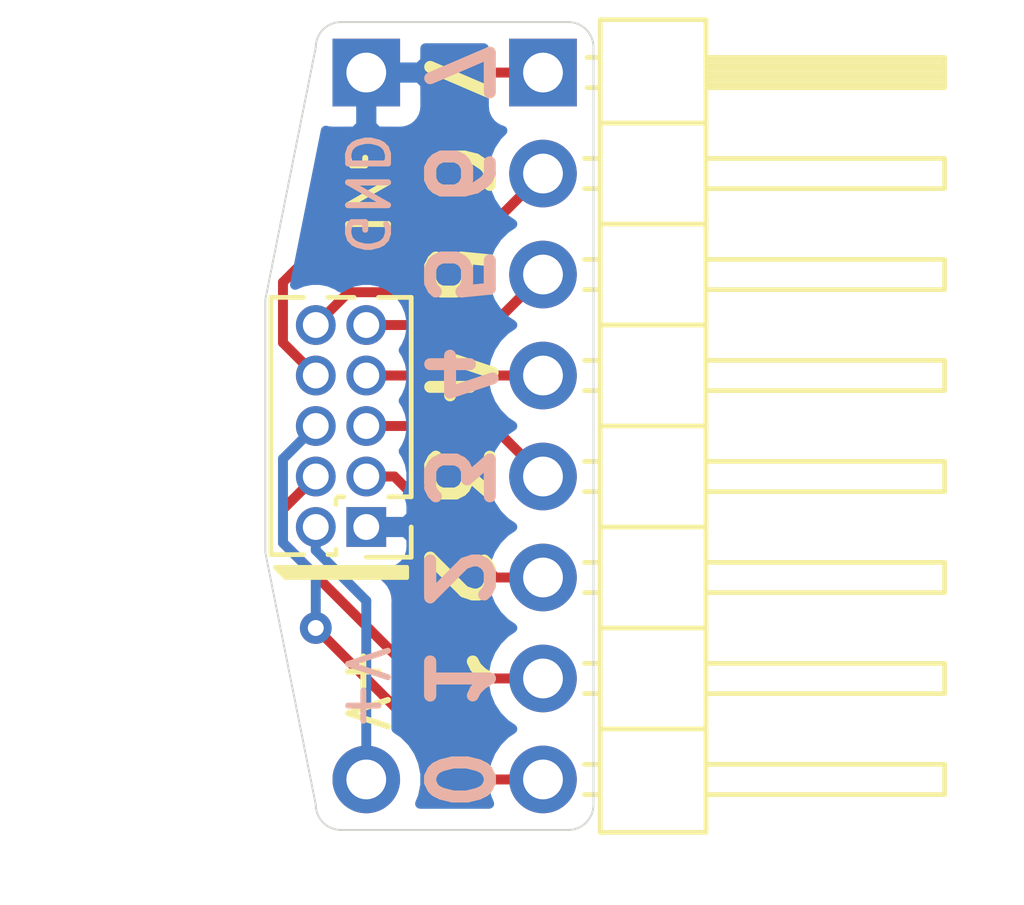
<source format=kicad_pcb>
(kicad_pcb (version 20171130) (host pcbnew 5.1.6)

  (general
    (thickness 1.6)
    (drawings 37)
    (tracks 29)
    (zones 0)
    (modules 4)
    (nets 11)
  )

  (page A4)
  (layers
    (0 F.Cu signal)
    (31 B.Cu signal)
    (32 B.Adhes user)
    (33 F.Adhes user)
    (34 B.Paste user)
    (35 F.Paste user)
    (36 B.SilkS user)
    (37 F.SilkS user)
    (38 B.Mask user)
    (39 F.Mask user)
    (40 Dwgs.User user)
    (41 Cmts.User user)
    (42 Eco1.User user)
    (43 Eco2.User user)
    (44 Edge.Cuts user)
    (45 Margin user)
    (46 B.CrtYd user)
    (47 F.CrtYd user)
    (48 B.Fab user)
    (49 F.Fab user)
  )

  (setup
    (last_trace_width 0.25)
    (trace_clearance 0.2)
    (zone_clearance 0.508)
    (zone_45_only no)
    (trace_min 0.2)
    (via_size 0.8)
    (via_drill 0.4)
    (via_min_size 0.4)
    (via_min_drill 0.3)
    (uvia_size 0.3)
    (uvia_drill 0.1)
    (uvias_allowed no)
    (uvia_min_size 0.2)
    (uvia_min_drill 0.1)
    (edge_width 0.05)
    (segment_width 0.2)
    (pcb_text_width 0.3)
    (pcb_text_size 1.5 1.5)
    (mod_edge_width 0.12)
    (mod_text_size 1 1)
    (mod_text_width 0.15)
    (pad_size 1.7 1.7)
    (pad_drill 1)
    (pad_to_mask_clearance 0.05)
    (aux_axis_origin 0 0)
    (visible_elements FFFFFF7F)
    (pcbplotparams
      (layerselection 0x010fc_ffffffff)
      (usegerberextensions false)
      (usegerberattributes true)
      (usegerberadvancedattributes true)
      (creategerberjobfile true)
      (excludeedgelayer true)
      (linewidth 0.100000)
      (plotframeref false)
      (viasonmask false)
      (mode 1)
      (useauxorigin false)
      (hpglpennumber 1)
      (hpglpenspeed 20)
      (hpglpendiameter 15.000000)
      (psnegative false)
      (psa4output false)
      (plotreference true)
      (plotvalue true)
      (plotinvisibletext false)
      (padsonsilk false)
      (subtractmaskfromsilk false)
      (outputformat 1)
      (mirror false)
      (drillshape 1)
      (scaleselection 1)
      (outputdirectory ""))
  )

  (net 0 "")
  (net 1 VBUS)
  (net 2 GND)
  (net 3 /D6)
  (net 4 /D5)
  (net 5 /D7)
  (net 6 /D4)
  (net 7 /D0)
  (net 8 /D3)
  (net 9 /D1)
  (net 10 /D2)

  (net_class Default "This is the default net class."
    (clearance 0.2)
    (trace_width 0.25)
    (via_dia 0.8)
    (via_drill 0.4)
    (uvia_dia 0.3)
    (uvia_drill 0.1)
    (add_net /D0)
    (add_net /D1)
    (add_net /D2)
    (add_net /D3)
    (add_net /D4)
    (add_net /D5)
    (add_net /D6)
    (add_net /D7)
    (add_net GND)
    (add_net VBUS)
  )

  (module Connector_PinHeader_2.54mm:PinHeader_1x08_P2.54mm_Horizontal (layer F.Cu) (tedit 5F3B4F64) (tstamp 5F3BA440)
    (at 141.605 97.79)
    (descr "Through hole angled pin header, 1x08, 2.54mm pitch, 6mm pin length, single row")
    (tags "Through hole angled pin header THT 1x08 2.54mm single row")
    (path /5F3B4CEF)
    (fp_text reference J4 (at 4.385 -2.27) (layer F.SilkS) hide
      (effects (font (size 1 1) (thickness 0.15)))
    )
    (fp_text value Conn_01x08_Female (at 4.385 20.05) (layer F.Fab)
      (effects (font (size 1 1) (thickness 0.15)))
    )
    (fp_line (start 10.55 -1.8) (end -1.8 -1.8) (layer F.CrtYd) (width 0.05))
    (fp_line (start 10.55 19.55) (end 10.55 -1.8) (layer F.CrtYd) (width 0.05))
    (fp_line (start -1.8 19.55) (end 10.55 19.55) (layer F.CrtYd) (width 0.05))
    (fp_line (start -1.8 -1.8) (end -1.8 19.55) (layer F.CrtYd) (width 0.05))
    (fp_line (start 1.042929 18.16) (end 1.44 18.16) (layer F.SilkS) (width 0.12))
    (fp_line (start 1.042929 17.4) (end 1.44 17.4) (layer F.SilkS) (width 0.12))
    (fp_line (start 10.1 18.16) (end 4.1 18.16) (layer F.SilkS) (width 0.12))
    (fp_line (start 10.1 17.4) (end 10.1 18.16) (layer F.SilkS) (width 0.12))
    (fp_line (start 4.1 17.4) (end 10.1 17.4) (layer F.SilkS) (width 0.12))
    (fp_line (start 1.44 16.51) (end 4.1 16.51) (layer F.SilkS) (width 0.12))
    (fp_line (start 1.042929 15.62) (end 1.44 15.62) (layer F.SilkS) (width 0.12))
    (fp_line (start 1.042929 14.86) (end 1.44 14.86) (layer F.SilkS) (width 0.12))
    (fp_line (start 10.1 15.62) (end 4.1 15.62) (layer F.SilkS) (width 0.12))
    (fp_line (start 10.1 14.86) (end 10.1 15.62) (layer F.SilkS) (width 0.12))
    (fp_line (start 4.1 14.86) (end 10.1 14.86) (layer F.SilkS) (width 0.12))
    (fp_line (start 1.44 13.97) (end 4.1 13.97) (layer F.SilkS) (width 0.12))
    (fp_line (start 1.042929 13.08) (end 1.44 13.08) (layer F.SilkS) (width 0.12))
    (fp_line (start 1.042929 12.32) (end 1.44 12.32) (layer F.SilkS) (width 0.12))
    (fp_line (start 10.1 13.08) (end 4.1 13.08) (layer F.SilkS) (width 0.12))
    (fp_line (start 10.1 12.32) (end 10.1 13.08) (layer F.SilkS) (width 0.12))
    (fp_line (start 4.1 12.32) (end 10.1 12.32) (layer F.SilkS) (width 0.12))
    (fp_line (start 1.44 11.43) (end 4.1 11.43) (layer F.SilkS) (width 0.12))
    (fp_line (start 1.042929 10.54) (end 1.44 10.54) (layer F.SilkS) (width 0.12))
    (fp_line (start 1.042929 9.78) (end 1.44 9.78) (layer F.SilkS) (width 0.12))
    (fp_line (start 10.1 10.54) (end 4.1 10.54) (layer F.SilkS) (width 0.12))
    (fp_line (start 10.1 9.78) (end 10.1 10.54) (layer F.SilkS) (width 0.12))
    (fp_line (start 4.1 9.78) (end 10.1 9.78) (layer F.SilkS) (width 0.12))
    (fp_line (start 1.44 8.89) (end 4.1 8.89) (layer F.SilkS) (width 0.12))
    (fp_line (start 1.042929 8) (end 1.44 8) (layer F.SilkS) (width 0.12))
    (fp_line (start 1.042929 7.24) (end 1.44 7.24) (layer F.SilkS) (width 0.12))
    (fp_line (start 10.1 8) (end 4.1 8) (layer F.SilkS) (width 0.12))
    (fp_line (start 10.1 7.24) (end 10.1 8) (layer F.SilkS) (width 0.12))
    (fp_line (start 4.1 7.24) (end 10.1 7.24) (layer F.SilkS) (width 0.12))
    (fp_line (start 1.44 6.35) (end 4.1 6.35) (layer F.SilkS) (width 0.12))
    (fp_line (start 1.042929 5.46) (end 1.44 5.46) (layer F.SilkS) (width 0.12))
    (fp_line (start 1.042929 4.7) (end 1.44 4.7) (layer F.SilkS) (width 0.12))
    (fp_line (start 10.1 5.46) (end 4.1 5.46) (layer F.SilkS) (width 0.12))
    (fp_line (start 10.1 4.7) (end 10.1 5.46) (layer F.SilkS) (width 0.12))
    (fp_line (start 4.1 4.7) (end 10.1 4.7) (layer F.SilkS) (width 0.12))
    (fp_line (start 1.44 3.81) (end 4.1 3.81) (layer F.SilkS) (width 0.12))
    (fp_line (start 1.042929 2.92) (end 1.44 2.92) (layer F.SilkS) (width 0.12))
    (fp_line (start 1.042929 2.16) (end 1.44 2.16) (layer F.SilkS) (width 0.12))
    (fp_line (start 10.1 2.92) (end 4.1 2.92) (layer F.SilkS) (width 0.12))
    (fp_line (start 10.1 2.16) (end 10.1 2.92) (layer F.SilkS) (width 0.12))
    (fp_line (start 4.1 2.16) (end 10.1 2.16) (layer F.SilkS) (width 0.12))
    (fp_line (start 1.44 1.27) (end 4.1 1.27) (layer F.SilkS) (width 0.12))
    (fp_line (start 1.11 0.38) (end 1.44 0.38) (layer F.SilkS) (width 0.12))
    (fp_line (start 1.11 -0.38) (end 1.44 -0.38) (layer F.SilkS) (width 0.12))
    (fp_line (start 4.1 0.28) (end 10.1 0.28) (layer F.SilkS) (width 0.12))
    (fp_line (start 4.1 0.16) (end 10.1 0.16) (layer F.SilkS) (width 0.12))
    (fp_line (start 4.1 0.04) (end 10.1 0.04) (layer F.SilkS) (width 0.12))
    (fp_line (start 4.1 -0.08) (end 10.1 -0.08) (layer F.SilkS) (width 0.12))
    (fp_line (start 4.1 -0.2) (end 10.1 -0.2) (layer F.SilkS) (width 0.12))
    (fp_line (start 4.1 -0.32) (end 10.1 -0.32) (layer F.SilkS) (width 0.12))
    (fp_line (start 10.1 0.38) (end 4.1 0.38) (layer F.SilkS) (width 0.12))
    (fp_line (start 10.1 -0.38) (end 10.1 0.38) (layer F.SilkS) (width 0.12))
    (fp_line (start 4.1 -0.38) (end 10.1 -0.38) (layer F.SilkS) (width 0.12))
    (fp_line (start 4.1 -1.33) (end 1.44 -1.33) (layer F.SilkS) (width 0.12))
    (fp_line (start 4.1 19.11) (end 4.1 -1.33) (layer F.SilkS) (width 0.12))
    (fp_line (start 1.44 19.11) (end 4.1 19.11) (layer F.SilkS) (width 0.12))
    (fp_line (start 1.44 -1.33) (end 1.44 19.11) (layer F.SilkS) (width 0.12))
    (fp_line (start 4.04 18.1) (end 10.04 18.1) (layer F.Fab) (width 0.1))
    (fp_line (start 10.04 17.46) (end 10.04 18.1) (layer F.Fab) (width 0.1))
    (fp_line (start 4.04 17.46) (end 10.04 17.46) (layer F.Fab) (width 0.1))
    (fp_line (start -0.32 18.1) (end 1.5 18.1) (layer F.Fab) (width 0.1))
    (fp_line (start -0.32 17.46) (end -0.32 18.1) (layer F.Fab) (width 0.1))
    (fp_line (start -0.32 17.46) (end 1.5 17.46) (layer F.Fab) (width 0.1))
    (fp_line (start 4.04 15.56) (end 10.04 15.56) (layer F.Fab) (width 0.1))
    (fp_line (start 10.04 14.92) (end 10.04 15.56) (layer F.Fab) (width 0.1))
    (fp_line (start 4.04 14.92) (end 10.04 14.92) (layer F.Fab) (width 0.1))
    (fp_line (start -0.32 15.56) (end 1.5 15.56) (layer F.Fab) (width 0.1))
    (fp_line (start -0.32 14.92) (end -0.32 15.56) (layer F.Fab) (width 0.1))
    (fp_line (start -0.32 14.92) (end 1.5 14.92) (layer F.Fab) (width 0.1))
    (fp_line (start 4.04 13.02) (end 10.04 13.02) (layer F.Fab) (width 0.1))
    (fp_line (start 10.04 12.38) (end 10.04 13.02) (layer F.Fab) (width 0.1))
    (fp_line (start 4.04 12.38) (end 10.04 12.38) (layer F.Fab) (width 0.1))
    (fp_line (start -0.32 13.02) (end 1.5 13.02) (layer F.Fab) (width 0.1))
    (fp_line (start -0.32 12.38) (end -0.32 13.02) (layer F.Fab) (width 0.1))
    (fp_line (start -0.32 12.38) (end 1.5 12.38) (layer F.Fab) (width 0.1))
    (fp_line (start 4.04 10.48) (end 10.04 10.48) (layer F.Fab) (width 0.1))
    (fp_line (start 10.04 9.84) (end 10.04 10.48) (layer F.Fab) (width 0.1))
    (fp_line (start 4.04 9.84) (end 10.04 9.84) (layer F.Fab) (width 0.1))
    (fp_line (start -0.32 10.48) (end 1.5 10.48) (layer F.Fab) (width 0.1))
    (fp_line (start -0.32 9.84) (end -0.32 10.48) (layer F.Fab) (width 0.1))
    (fp_line (start -0.32 9.84) (end 1.5 9.84) (layer F.Fab) (width 0.1))
    (fp_line (start 4.04 7.94) (end 10.04 7.94) (layer F.Fab) (width 0.1))
    (fp_line (start 10.04 7.3) (end 10.04 7.94) (layer F.Fab) (width 0.1))
    (fp_line (start 4.04 7.3) (end 10.04 7.3) (layer F.Fab) (width 0.1))
    (fp_line (start -0.32 7.94) (end 1.5 7.94) (layer F.Fab) (width 0.1))
    (fp_line (start -0.32 7.3) (end -0.32 7.94) (layer F.Fab) (width 0.1))
    (fp_line (start -0.32 7.3) (end 1.5 7.3) (layer F.Fab) (width 0.1))
    (fp_line (start 4.04 5.4) (end 10.04 5.4) (layer F.Fab) (width 0.1))
    (fp_line (start 10.04 4.76) (end 10.04 5.4) (layer F.Fab) (width 0.1))
    (fp_line (start 4.04 4.76) (end 10.04 4.76) (layer F.Fab) (width 0.1))
    (fp_line (start -0.32 5.4) (end 1.5 5.4) (layer F.Fab) (width 0.1))
    (fp_line (start -0.32 4.76) (end -0.32 5.4) (layer F.Fab) (width 0.1))
    (fp_line (start -0.32 4.76) (end 1.5 4.76) (layer F.Fab) (width 0.1))
    (fp_line (start 4.04 2.86) (end 10.04 2.86) (layer F.Fab) (width 0.1))
    (fp_line (start 10.04 2.22) (end 10.04 2.86) (layer F.Fab) (width 0.1))
    (fp_line (start 4.04 2.22) (end 10.04 2.22) (layer F.Fab) (width 0.1))
    (fp_line (start -0.32 2.86) (end 1.5 2.86) (layer F.Fab) (width 0.1))
    (fp_line (start -0.32 2.22) (end -0.32 2.86) (layer F.Fab) (width 0.1))
    (fp_line (start -0.32 2.22) (end 1.5 2.22) (layer F.Fab) (width 0.1))
    (fp_line (start 4.04 0.32) (end 10.04 0.32) (layer F.Fab) (width 0.1))
    (fp_line (start 10.04 -0.32) (end 10.04 0.32) (layer F.Fab) (width 0.1))
    (fp_line (start 4.04 -0.32) (end 10.04 -0.32) (layer F.Fab) (width 0.1))
    (fp_line (start -0.32 0.32) (end 1.5 0.32) (layer F.Fab) (width 0.1))
    (fp_line (start -0.32 -0.32) (end -0.32 0.32) (layer F.Fab) (width 0.1))
    (fp_line (start -0.32 -0.32) (end 1.5 -0.32) (layer F.Fab) (width 0.1))
    (fp_line (start 1.5 -0.635) (end 2.135 -1.27) (layer F.Fab) (width 0.1))
    (fp_line (start 1.5 19.05) (end 1.5 -0.635) (layer F.Fab) (width 0.1))
    (fp_line (start 4.04 19.05) (end 1.5 19.05) (layer F.Fab) (width 0.1))
    (fp_line (start 4.04 -1.27) (end 4.04 19.05) (layer F.Fab) (width 0.1))
    (fp_line (start 2.135 -1.27) (end 4.04 -1.27) (layer F.Fab) (width 0.1))
    (fp_text user %R (at 2.77 8.89 90) (layer F.Fab)
      (effects (font (size 1 1) (thickness 0.15)))
    )
    (pad 8 thru_hole oval (at 0 17.78) (size 1.7 1.7) (drill 1) (layers *.Cu *.Mask)
      (net 7 /D0))
    (pad 7 thru_hole oval (at 0 15.24) (size 1.7 1.7) (drill 1) (layers *.Cu *.Mask)
      (net 9 /D1))
    (pad 6 thru_hole oval (at 0 12.7) (size 1.7 1.7) (drill 1) (layers *.Cu *.Mask)
      (net 10 /D2))
    (pad 5 thru_hole oval (at 0 10.16) (size 1.7 1.7) (drill 1) (layers *.Cu *.Mask)
      (net 8 /D3))
    (pad 4 thru_hole oval (at 0 7.62) (size 1.7 1.7) (drill 1) (layers *.Cu *.Mask)
      (net 6 /D4))
    (pad 3 thru_hole oval (at 0 5.08) (size 1.7 1.7) (drill 1) (layers *.Cu *.Mask)
      (net 4 /D5))
    (pad 2 thru_hole oval (at 0 2.54) (size 1.7 1.7) (drill 1) (layers *.Cu *.Mask)
      (net 3 /D6))
    (pad 1 thru_hole rect (at 0 0) (size 1.7 1.7) (drill 1) (layers *.Cu *.Mask)
      (net 5 /D7))
    (model ${KISYS3DMOD}/Connector_PinHeader_2.54mm.3dshapes/PinHeader_1x08_P2.54mm_Horizontal.wrl
      (at (xyz 0 0 0))
      (scale (xyz 1 1 1))
      (rotate (xyz 0 0 0))
    )
  )

  (module Connector_PinHeader_2.54mm:PinHeader_1x01_P2.54mm_Vertical (layer F.Cu) (tedit 5F3B4DCA) (tstamp 5F3BA3BF)
    (at 137.16 97.79)
    (descr "Through hole straight pin header, 1x01, 2.54mm pitch, single row")
    (tags "Through hole pin header THT 1x01 2.54mm single row")
    (path /5F3B5A24)
    (fp_text reference J3 (at 0 -2.33) (layer F.SilkS) hide
      (effects (font (size 1 1) (thickness 0.15)))
    )
    (fp_text value Conn_01x01_Female (at 0 2.33) (layer F.Fab)
      (effects (font (size 1 1) (thickness 0.15)))
    )
    (fp_line (start 1.8 -1.8) (end -1.8 -1.8) (layer F.CrtYd) (width 0.05))
    (fp_line (start 1.8 1.8) (end 1.8 -1.8) (layer F.CrtYd) (width 0.05))
    (fp_line (start -1.8 1.8) (end 1.8 1.8) (layer F.CrtYd) (width 0.05))
    (fp_line (start -1.8 -1.8) (end -1.8 1.8) (layer F.CrtYd) (width 0.05))
    (fp_line (start -1.27 -0.635) (end -0.635 -1.27) (layer F.Fab) (width 0.1))
    (fp_line (start -1.27 1.27) (end -1.27 -0.635) (layer F.Fab) (width 0.1))
    (fp_line (start 1.27 1.27) (end -1.27 1.27) (layer F.Fab) (width 0.1))
    (fp_line (start 1.27 -1.27) (end 1.27 1.27) (layer F.Fab) (width 0.1))
    (fp_line (start -0.635 -1.27) (end 1.27 -1.27) (layer F.Fab) (width 0.1))
    (fp_text user %R (at 0 0 90) (layer F.Fab)
      (effects (font (size 1 1) (thickness 0.15)))
    )
    (pad 1 thru_hole rect (at 0 0) (size 1.7 1.7) (drill 1) (layers *.Cu *.Mask)
      (net 2 GND))
    (model ${KISYS3DMOD}/Connector_PinHeader_2.54mm.3dshapes/PinHeader_1x01_P2.54mm_Vertical.wrl
      (at (xyz 0 0 0))
      (scale (xyz 1 1 1))
      (rotate (xyz 0 0 0))
    )
  )

  (module Connector_PinHeader_2.54mm:PinHeader_1x01_P2.54mm_Vertical (layer F.Cu) (tedit 5F3B4A93) (tstamp 5F3BA3AA)
    (at 137.16 115.57)
    (descr "Through hole straight pin header, 1x01, 2.54mm pitch, single row")
    (tags "Through hole pin header THT 1x01 2.54mm single row")
    (path /5F3B6883)
    (fp_text reference J2 (at 0 -2.33) (layer F.SilkS) hide
      (effects (font (size 1 1) (thickness 0.15)))
    )
    (fp_text value Conn_01x01_Female (at 0 2.33) (layer F.Fab)
      (effects (font (size 1 1) (thickness 0.15)))
    )
    (fp_line (start 1.8 -1.8) (end -1.8 -1.8) (layer F.CrtYd) (width 0.05))
    (fp_line (start 1.8 1.8) (end 1.8 -1.8) (layer F.CrtYd) (width 0.05))
    (fp_line (start -1.8 1.8) (end 1.8 1.8) (layer F.CrtYd) (width 0.05))
    (fp_line (start -1.8 -1.8) (end -1.8 1.8) (layer F.CrtYd) (width 0.05))
    (fp_line (start -1.27 -0.635) (end -0.635 -1.27) (layer F.Fab) (width 0.1))
    (fp_line (start -1.27 1.27) (end -1.27 -0.635) (layer F.Fab) (width 0.1))
    (fp_line (start 1.27 1.27) (end -1.27 1.27) (layer F.Fab) (width 0.1))
    (fp_line (start 1.27 -1.27) (end 1.27 1.27) (layer F.Fab) (width 0.1))
    (fp_line (start -0.635 -1.27) (end 1.27 -1.27) (layer F.Fab) (width 0.1))
    (fp_text user %R (at 0 0 90) (layer F.Fab)
      (effects (font (size 1 1) (thickness 0.15)))
    )
    (pad 1 thru_hole circle (at 0 0) (size 1.7 1.7) (drill 1) (layers *.Cu *.Mask)
      (net 1 VBUS))
    (model ${KISYS3DMOD}/Connector_PinHeader_2.54mm.3dshapes/PinHeader_1x01_P2.54mm_Vertical.wrl
      (at (xyz 0 0 0))
      (scale (xyz 1 1 1))
      (rotate (xyz 0 0 0))
    )
  )

  (module Connector_PinHeader_1.27mm:PinHeader_2x05_P1.27mm_Vertical (layer F.Cu) (tedit 59FED6E3) (tstamp 5F3BA395)
    (at 137.16 109.22 180)
    (descr "Through hole straight pin header, 2x05, 1.27mm pitch, double rows")
    (tags "Through hole pin header THT 2x05 1.27mm double row")
    (path /5F3B5179)
    (fp_text reference J1 (at 0.635 -1.695) (layer F.SilkS) hide
      (effects (font (size 1 1) (thickness 0.15)))
    )
    (fp_text value Conn_02x05_Odd_Even (at 0.635 6.775) (layer F.Fab)
      (effects (font (size 1 1) (thickness 0.15)))
    )
    (fp_line (start 2.85 -1.15) (end -1.6 -1.15) (layer F.CrtYd) (width 0.05))
    (fp_line (start 2.85 6.25) (end 2.85 -1.15) (layer F.CrtYd) (width 0.05))
    (fp_line (start -1.6 6.25) (end 2.85 6.25) (layer F.CrtYd) (width 0.05))
    (fp_line (start -1.6 -1.15) (end -1.6 6.25) (layer F.CrtYd) (width 0.05))
    (fp_line (start -1.13 -0.76) (end 0 -0.76) (layer F.SilkS) (width 0.12))
    (fp_line (start -1.13 0) (end -1.13 -0.76) (layer F.SilkS) (width 0.12))
    (fp_line (start 1.57753 -0.695) (end 2.4 -0.695) (layer F.SilkS) (width 0.12))
    (fp_line (start 0.76 -0.695) (end 0.96247 -0.695) (layer F.SilkS) (width 0.12))
    (fp_line (start 0.76 -0.563471) (end 0.76 -0.695) (layer F.SilkS) (width 0.12))
    (fp_line (start 0.76 0.706529) (end 0.76 0.563471) (layer F.SilkS) (width 0.12))
    (fp_line (start 0.563471 0.76) (end 0.706529 0.76) (layer F.SilkS) (width 0.12))
    (fp_line (start -1.13 0.76) (end -0.563471 0.76) (layer F.SilkS) (width 0.12))
    (fp_line (start 2.4 -0.695) (end 2.4 5.775) (layer F.SilkS) (width 0.12))
    (fp_line (start -1.13 0.76) (end -1.13 5.775) (layer F.SilkS) (width 0.12))
    (fp_line (start 0.30753 5.775) (end 0.96247 5.775) (layer F.SilkS) (width 0.12))
    (fp_line (start 1.57753 5.775) (end 2.4 5.775) (layer F.SilkS) (width 0.12))
    (fp_line (start -1.13 5.775) (end -0.30753 5.775) (layer F.SilkS) (width 0.12))
    (fp_line (start -1.07 0.2175) (end -0.2175 -0.635) (layer F.Fab) (width 0.1))
    (fp_line (start -1.07 5.715) (end -1.07 0.2175) (layer F.Fab) (width 0.1))
    (fp_line (start 2.34 5.715) (end -1.07 5.715) (layer F.Fab) (width 0.1))
    (fp_line (start 2.34 -0.635) (end 2.34 5.715) (layer F.Fab) (width 0.1))
    (fp_line (start -0.2175 -0.635) (end 2.34 -0.635) (layer F.Fab) (width 0.1))
    (fp_text user %R (at 0.635 2.54 90) (layer F.Fab)
      (effects (font (size 1 1) (thickness 0.15)))
    )
    (pad 10 thru_hole oval (at 1.27 5.08 180) (size 1 1) (drill 0.65) (layers *.Cu *.Mask)
      (net 3 /D6))
    (pad 9 thru_hole oval (at 0 5.08 180) (size 1 1) (drill 0.65) (layers *.Cu *.Mask)
      (net 4 /D5))
    (pad 8 thru_hole oval (at 1.27 3.81 180) (size 1 1) (drill 0.65) (layers *.Cu *.Mask)
      (net 5 /D7))
    (pad 7 thru_hole oval (at 0 3.81 180) (size 1 1) (drill 0.65) (layers *.Cu *.Mask)
      (net 6 /D4))
    (pad 6 thru_hole oval (at 1.27 2.54 180) (size 1 1) (drill 0.65) (layers *.Cu *.Mask)
      (net 7 /D0))
    (pad 5 thru_hole oval (at 0 2.54 180) (size 1 1) (drill 0.65) (layers *.Cu *.Mask)
      (net 8 /D3))
    (pad 4 thru_hole oval (at 1.27 1.27 180) (size 1 1) (drill 0.65) (layers *.Cu *.Mask)
      (net 9 /D1))
    (pad 3 thru_hole oval (at 0 1.27 180) (size 1 1) (drill 0.65) (layers *.Cu *.Mask)
      (net 10 /D2))
    (pad 2 thru_hole oval (at 1.27 0 180) (size 1 1) (drill 0.65) (layers *.Cu *.Mask)
      (net 1 VBUS))
    (pad 1 thru_hole rect (at 0 0 180) (size 1 1) (drill 0.65) (layers *.Cu *.Mask)
      (net 2 GND))
    (model ${KISYS3DMOD}/Connector_PinHeader_1.27mm.3dshapes/PinHeader_2x05_P1.27mm_Vertical.wrl
      (at (xyz 0 0 0))
      (scale (xyz 1 1 1))
      (rotate (xyz 0 0 0))
    )
  )

  (gr_line (start 138.176 110.2995) (end 135.001 110.2995) (layer F.SilkS) (width 0.12))
  (gr_line (start 138.176 110.4265) (end 135.1915 110.4265) (layer F.SilkS) (width 0.12))
  (gr_line (start 135.001 110.363) (end 138.176 110.363) (layer F.SilkS) (width 0.12))
  (gr_line (start 138.176 110.49) (end 138.176 110.236) (layer F.SilkS) (width 0.12) (tstamp 5F3BB4A4))
  (gr_line (start 135.128 110.49) (end 138.176 110.49) (layer F.SilkS) (width 0.12))
  (gr_line (start 134.874 110.236) (end 135.128 110.49) (layer F.SilkS) (width 0.12))
  (gr_line (start 138.176 110.236) (end 134.874 110.236) (layer F.SilkS) (width 0.12))
  (gr_text +V (at 137.16 113.284 270) (layer B.SilkS) (tstamp 5F3BB360)
    (effects (font (size 1 1) (thickness 0.15)) (justify mirror))
  )
  (gr_text GND (at 137.16 100.838 270) (layer B.SilkS) (tstamp 5F3BB35C)
    (effects (font (size 1 1) (thickness 0.15)) (justify mirror))
  )
  (gr_text GND (at 137.16 100.838 270) (layer F.SilkS)
    (effects (font (size 1 1) (thickness 0.15)))
  )
  (gr_text +V (at 137.16 113.284 270) (layer F.SilkS)
    (effects (font (size 1 1) (thickness 0.15)))
  )
  (gr_text 0 (at 139.446 115.57 270) (layer B.SilkS) (tstamp 5F3BB30F)
    (effects (font (size 1.5 1.5) (thickness 0.3)) (justify mirror))
  )
  (gr_text 1 (at 139.446 113.03 270) (layer B.SilkS) (tstamp 5F3BB30B)
    (effects (font (size 1.5 1.5) (thickness 0.3)) (justify mirror))
  )
  (gr_text 2 (at 139.446 110.49 270) (layer B.SilkS) (tstamp 5F3BB307)
    (effects (font (size 1.5 1.5) (thickness 0.3)) (justify mirror))
  )
  (gr_text 3 (at 139.446 107.95 270) (layer B.SilkS) (tstamp 5F3BB303)
    (effects (font (size 1.5 1.5) (thickness 0.3)) (justify mirror))
  )
  (gr_text 4 (at 139.446 105.41 270) (layer B.SilkS) (tstamp 5F3BB2FF)
    (effects (font (size 1.5 1.5) (thickness 0.3)) (justify mirror))
  )
  (gr_text 5 (at 139.446 102.87 270) (layer B.SilkS) (tstamp 5F3BB2FB)
    (effects (font (size 1.5 1.5) (thickness 0.3)) (justify mirror))
  )
  (gr_text 6 (at 139.446 100.33 270) (layer B.SilkS) (tstamp 5F3BB277)
    (effects (font (size 1.5 1.5) (thickness 0.3)) (justify mirror))
  )
  (gr_text 7 (at 139.446 97.79 270) (layer B.SilkS) (tstamp 5F3BB273)
    (effects (font (size 1.5 1.5) (thickness 0.3)) (justify mirror))
  )
  (gr_text 0 (at 139.446 115.57 270) (layer F.SilkS) (tstamp 5F3BB206)
    (effects (font (size 1.5 1.5) (thickness 0.3)))
  )
  (gr_text 1 (at 139.446 113.03 270) (layer F.SilkS) (tstamp 5F3BB203)
    (effects (font (size 1.5 1.5) (thickness 0.3)))
  )
  (gr_text 2 (at 139.446 110.49 270) (layer F.SilkS) (tstamp 5F3BB200)
    (effects (font (size 1.5 1.5) (thickness 0.3)))
  )
  (gr_text 3 (at 139.446 107.95 270) (layer F.SilkS) (tstamp 5F3BB1FD)
    (effects (font (size 1.5 1.5) (thickness 0.3)))
  )
  (gr_text 6 (at 139.446 100.33 270) (layer F.SilkS) (tstamp 5F3BB177)
    (effects (font (size 1.5 1.5) (thickness 0.3)))
  )
  (gr_text 4 (at 139.446 105.41 270) (layer F.SilkS) (tstamp 5F3BB0EE)
    (effects (font (size 1.5 1.5) (thickness 0.3)))
  )
  (gr_text 5 (at 139.446 102.87 270) (layer F.SilkS) (tstamp 5F3BB0EB)
    (effects (font (size 1.5 1.5) (thickness 0.3)))
  )
  (gr_text 7 (at 139.446 97.79 270) (layer F.SilkS)
    (effects (font (size 1.5 1.5) (thickness 0.3)))
  )
  (gr_arc (start 142.24 116.205) (end 142.24 116.84) (angle -90) (layer Edge.Cuts) (width 0.05))
  (gr_arc (start 136.525 116.205) (end 135.89 116.205) (angle -90) (layer Edge.Cuts) (width 0.05))
  (gr_arc (start 136.525 97.155) (end 136.525 96.52) (angle -90) (layer Edge.Cuts) (width 0.05))
  (gr_arc (start 142.24 97.155) (end 142.875 97.155) (angle -90) (layer Edge.Cuts) (width 0.05))
  (gr_line (start 136.525 96.52) (end 142.24 96.52) (layer Edge.Cuts) (width 0.05))
  (gr_line (start 134.62 103.505) (end 135.89 97.155) (layer Edge.Cuts) (width 0.05))
  (gr_line (start 134.62 109.855) (end 134.62 103.505) (layer Edge.Cuts) (width 0.05))
  (gr_line (start 135.89 116.205) (end 134.62 109.855) (layer Edge.Cuts) (width 0.05))
  (gr_line (start 142.24 116.84) (end 136.525 116.84) (layer Edge.Cuts) (width 0.05))
  (gr_line (start 142.875 97.155) (end 142.875 116.205) (layer Edge.Cuts) (width 0.05))

  (segment (start 138.620001 103.314999) (end 141.605 100.33) (width 0.25) (layer F.Cu) (net 3))
  (segment (start 136.715001 103.314999) (end 138.620001 103.314999) (width 0.25) (layer F.Cu) (net 3))
  (segment (start 135.89 104.14) (end 136.715001 103.314999) (width 0.25) (layer F.Cu) (net 3))
  (segment (start 140.335 104.14) (end 141.605 102.87) (width 0.25) (layer F.Cu) (net 4))
  (segment (start 137.16 104.14) (end 140.335 104.14) (width 0.25) (layer F.Cu) (net 4))
  (segment (start 140.339712 97.79) (end 141.605 97.79) (width 0.25) (layer F.Cu) (net 5))
  (segment (start 135.064999 103.064713) (end 140.339712 97.79) (width 0.25) (layer F.Cu) (net 5))
  (segment (start 135.064999 104.584999) (end 135.064999 103.064713) (width 0.25) (layer F.Cu) (net 5))
  (segment (start 135.89 105.41) (end 135.064999 104.584999) (width 0.25) (layer F.Cu) (net 5))
  (segment (start 137.16 105.41) (end 141.605 105.41) (width 0.25) (layer F.Cu) (net 6))
  (via (at 135.89 111.76) (size 0.8) (drill 0.4) (layers F.Cu B.Cu) (net 7))
  (segment (start 135.89 110.441002) (end 135.89 111.76) (width 0.25) (layer B.Cu) (net 7))
  (segment (start 135.064999 109.616001) (end 135.89 110.441002) (width 0.25) (layer B.Cu) (net 7))
  (segment (start 135.064999 107.505001) (end 135.064999 109.616001) (width 0.25) (layer B.Cu) (net 7))
  (segment (start 135.89 106.68) (end 135.064999 107.505001) (width 0.25) (layer B.Cu) (net 7))
  (segment (start 139.7 115.57) (end 141.605 115.57) (width 0.25) (layer F.Cu) (net 7))
  (segment (start 135.89 111.76) (end 139.7 115.57) (width 0.25) (layer F.Cu) (net 7))
  (segment (start 140.335 106.68) (end 141.605 107.95) (width 0.25) (layer F.Cu) (net 8))
  (segment (start 137.16 106.68) (end 140.335 106.68) (width 0.25) (layer F.Cu) (net 8))
  (segment (start 138.478998 113.03) (end 141.605 113.03) (width 0.25) (layer F.Cu) (net 9))
  (segment (start 135.064999 109.616001) (end 138.478998 113.03) (width 0.25) (layer F.Cu) (net 9))
  (segment (start 135.064999 108.775001) (end 135.064999 109.616001) (width 0.25) (layer F.Cu) (net 9))
  (segment (start 135.89 107.95) (end 135.064999 108.775001) (width 0.25) (layer F.Cu) (net 9))
  (segment (start 140.407106 110.49) (end 141.605 110.49) (width 0.25) (layer F.Cu) (net 10))
  (segment (start 137.867106 107.95) (end 140.407106 110.49) (width 0.25) (layer F.Cu) (net 10))
  (segment (start 137.16 107.95) (end 137.867106 107.95) (width 0.25) (layer F.Cu) (net 10))
  (segment (start 137.16 111.074592) (end 137.16 115.57) (width 0.25) (layer B.Cu) (net 1))
  (segment (start 135.89 109.804592) (end 137.16 111.074592) (width 0.25) (layer B.Cu) (net 1))
  (segment (start 135.89 109.22) (end 135.89 109.804592) (width 0.25) (layer B.Cu) (net 1))

  (zone (net 2) (net_name GND) (layer B.Cu) (tstamp 5F3BB45B) (hatch edge 0.508)
    (connect_pads (clearance 0.508))
    (min_thickness 0.254)
    (fill yes (arc_segments 32) (thermal_gap 0.508) (thermal_bridge_width 0.508))
    (polygon
      (pts
        (xy 142.875 116.84) (xy 135.89 116.84) (xy 134.62 109.855) (xy 134.62 103.505) (xy 135.89 96.52)
        (xy 142.875 96.52)
      )
    )
    (filled_polygon
      (pts
        (xy 140.116928 98.64) (xy 140.129188 98.764482) (xy 140.165498 98.88418) (xy 140.224463 98.994494) (xy 140.303815 99.091185)
        (xy 140.400506 99.170537) (xy 140.51082 99.229502) (xy 140.58338 99.251513) (xy 140.451525 99.383368) (xy 140.28901 99.626589)
        (xy 140.177068 99.896842) (xy 140.12 100.18374) (xy 140.12 100.47626) (xy 140.177068 100.763158) (xy 140.28901 101.033411)
        (xy 140.451525 101.276632) (xy 140.658368 101.483475) (xy 140.83276 101.6) (xy 140.658368 101.716525) (xy 140.451525 101.923368)
        (xy 140.28901 102.166589) (xy 140.177068 102.436842) (xy 140.12 102.72374) (xy 140.12 103.01626) (xy 140.177068 103.303158)
        (xy 140.28901 103.573411) (xy 140.451525 103.816632) (xy 140.658368 104.023475) (xy 140.83276 104.14) (xy 140.658368 104.256525)
        (xy 140.451525 104.463368) (xy 140.28901 104.706589) (xy 140.177068 104.976842) (xy 140.12 105.26374) (xy 140.12 105.55626)
        (xy 140.177068 105.843158) (xy 140.28901 106.113411) (xy 140.451525 106.356632) (xy 140.658368 106.563475) (xy 140.83276 106.68)
        (xy 140.658368 106.796525) (xy 140.451525 107.003368) (xy 140.28901 107.246589) (xy 140.177068 107.516842) (xy 140.12 107.80374)
        (xy 140.12 108.09626) (xy 140.177068 108.383158) (xy 140.28901 108.653411) (xy 140.451525 108.896632) (xy 140.658368 109.103475)
        (xy 140.83276 109.22) (xy 140.658368 109.336525) (xy 140.451525 109.543368) (xy 140.28901 109.786589) (xy 140.177068 110.056842)
        (xy 140.12 110.34374) (xy 140.12 110.63626) (xy 140.177068 110.923158) (xy 140.28901 111.193411) (xy 140.451525 111.436632)
        (xy 140.658368 111.643475) (xy 140.83276 111.76) (xy 140.658368 111.876525) (xy 140.451525 112.083368) (xy 140.28901 112.326589)
        (xy 140.177068 112.596842) (xy 140.12 112.88374) (xy 140.12 113.17626) (xy 140.177068 113.463158) (xy 140.28901 113.733411)
        (xy 140.451525 113.976632) (xy 140.658368 114.183475) (xy 140.83276 114.3) (xy 140.658368 114.416525) (xy 140.451525 114.623368)
        (xy 140.28901 114.866589) (xy 140.177068 115.136842) (xy 140.12 115.42374) (xy 140.12 115.71626) (xy 140.177068 116.003158)
        (xy 140.250318 116.18) (xy 138.514682 116.18) (xy 138.587932 116.003158) (xy 138.645 115.71626) (xy 138.645 115.42374)
        (xy 138.587932 115.136842) (xy 138.47599 114.866589) (xy 138.313475 114.623368) (xy 138.106632 114.416525) (xy 137.92 114.291822)
        (xy 137.92 111.111914) (xy 137.923676 111.074591) (xy 137.92 111.037268) (xy 137.92 111.037259) (xy 137.909003 110.925606)
        (xy 137.865546 110.782345) (xy 137.794974 110.650316) (xy 137.700001 110.534591) (xy 137.671004 110.510794) (xy 137.51622 110.35601)
        (xy 137.66 110.358072) (xy 137.784482 110.345812) (xy 137.90418 110.309502) (xy 138.014494 110.250537) (xy 138.111185 110.171185)
        (xy 138.190537 110.074494) (xy 138.249502 109.96418) (xy 138.285812 109.844482) (xy 138.298072 109.72) (xy 138.295 109.50575)
        (xy 138.13625 109.347) (xy 137.287 109.347) (xy 137.287 109.367) (xy 137.033 109.367) (xy 137.033 109.347)
        (xy 137.021974 109.347) (xy 137.025 109.331788) (xy 137.025 109.108212) (xy 137.021974 109.093) (xy 137.033 109.093)
        (xy 137.033 109.081974) (xy 137.048212 109.085) (xy 137.271788 109.085) (xy 137.287 109.081974) (xy 137.287 109.093)
        (xy 138.13625 109.093) (xy 138.295 108.93425) (xy 138.298072 108.72) (xy 138.285812 108.595518) (xy 138.249502 108.47582)
        (xy 138.205112 108.392774) (xy 138.251383 108.281067) (xy 138.295 108.061788) (xy 138.295 107.838212) (xy 138.251383 107.618933)
        (xy 138.165824 107.412376) (xy 138.100759 107.315) (xy 138.165824 107.217624) (xy 138.251383 107.011067) (xy 138.295 106.791788)
        (xy 138.295 106.568212) (xy 138.251383 106.348933) (xy 138.165824 106.142376) (xy 138.100759 106.045) (xy 138.165824 105.947624)
        (xy 138.251383 105.741067) (xy 138.295 105.521788) (xy 138.295 105.298212) (xy 138.251383 105.078933) (xy 138.165824 104.872376)
        (xy 138.100759 104.775) (xy 138.165824 104.677624) (xy 138.251383 104.471067) (xy 138.295 104.251788) (xy 138.295 104.028212)
        (xy 138.251383 103.808933) (xy 138.165824 103.602376) (xy 138.041612 103.41648) (xy 137.88352 103.258388) (xy 137.697624 103.134176)
        (xy 137.491067 103.048617) (xy 137.271788 103.005) (xy 137.048212 103.005) (xy 136.828933 103.048617) (xy 136.622376 103.134176)
        (xy 136.525 103.199241) (xy 136.427624 103.134176) (xy 136.221067 103.048617) (xy 136.001788 103.005) (xy 135.778212 103.005)
        (xy 135.558933 103.048617) (xy 135.368577 103.127465) (xy 136.14346 99.253054) (xy 136.185518 99.265812) (xy 136.31 99.278072)
        (xy 136.87425 99.275) (xy 137.033 99.11625) (xy 137.033 97.917) (xy 137.287 97.917) (xy 137.287 99.11625)
        (xy 137.44575 99.275) (xy 138.01 99.278072) (xy 138.134482 99.265812) (xy 138.25418 99.229502) (xy 138.364494 99.170537)
        (xy 138.461185 99.091185) (xy 138.540537 98.994494) (xy 138.599502 98.88418) (xy 138.635812 98.764482) (xy 138.648072 98.64)
        (xy 138.645 98.07575) (xy 138.48625 97.917) (xy 137.287 97.917) (xy 137.033 97.917) (xy 137.013 97.917)
        (xy 137.013 97.663) (xy 137.033 97.663) (xy 137.033 97.643) (xy 137.287 97.643) (xy 137.287 97.663)
        (xy 138.48625 97.663) (xy 138.645 97.50425) (xy 138.646765 97.18) (xy 140.116928 97.18)
      )
    )
  )
)

</source>
